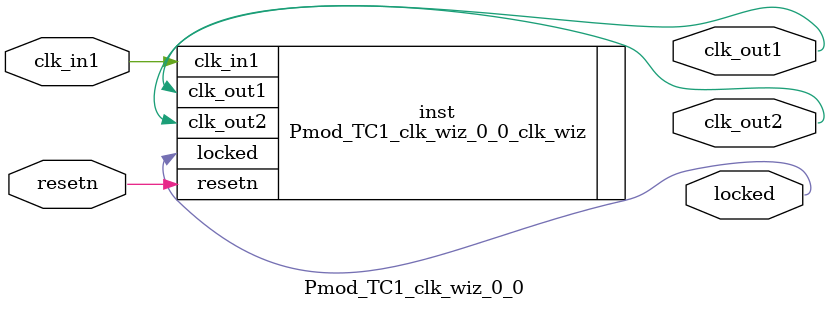
<source format=v>


`timescale 1ps/1ps

(* CORE_GENERATION_INFO = "Pmod_TC1_clk_wiz_0_0,clk_wiz_v6_0_9_0_0,{component_name=Pmod_TC1_clk_wiz_0_0,use_phase_alignment=true,use_min_o_jitter=false,use_max_i_jitter=false,use_dyn_phase_shift=false,use_inclk_switchover=false,use_dyn_reconfig=false,enable_axi=0,feedback_source=FDBK_AUTO,PRIMITIVE=MMCM,num_out_clk=2,clkin1_period=10.000,clkin2_period=10.000,use_power_down=false,use_reset=true,use_locked=true,use_inclk_stopped=false,feedback_type=SINGLE,CLOCK_MGR_TYPE=NA,manual_override=false}" *)

module Pmod_TC1_clk_wiz_0_0 
 (
  // Clock out ports
  output        clk_out1,
  output        clk_out2,
  // Status and control signals
  input         resetn,
  output        locked,
 // Clock in ports
  input         clk_in1
 );

  Pmod_TC1_clk_wiz_0_0_clk_wiz inst
  (
  // Clock out ports  
  .clk_out1(clk_out1),
  .clk_out2(clk_out2),
  // Status and control signals               
  .resetn(resetn), 
  .locked(locked),
 // Clock in ports
  .clk_in1(clk_in1)
  );

endmodule

</source>
